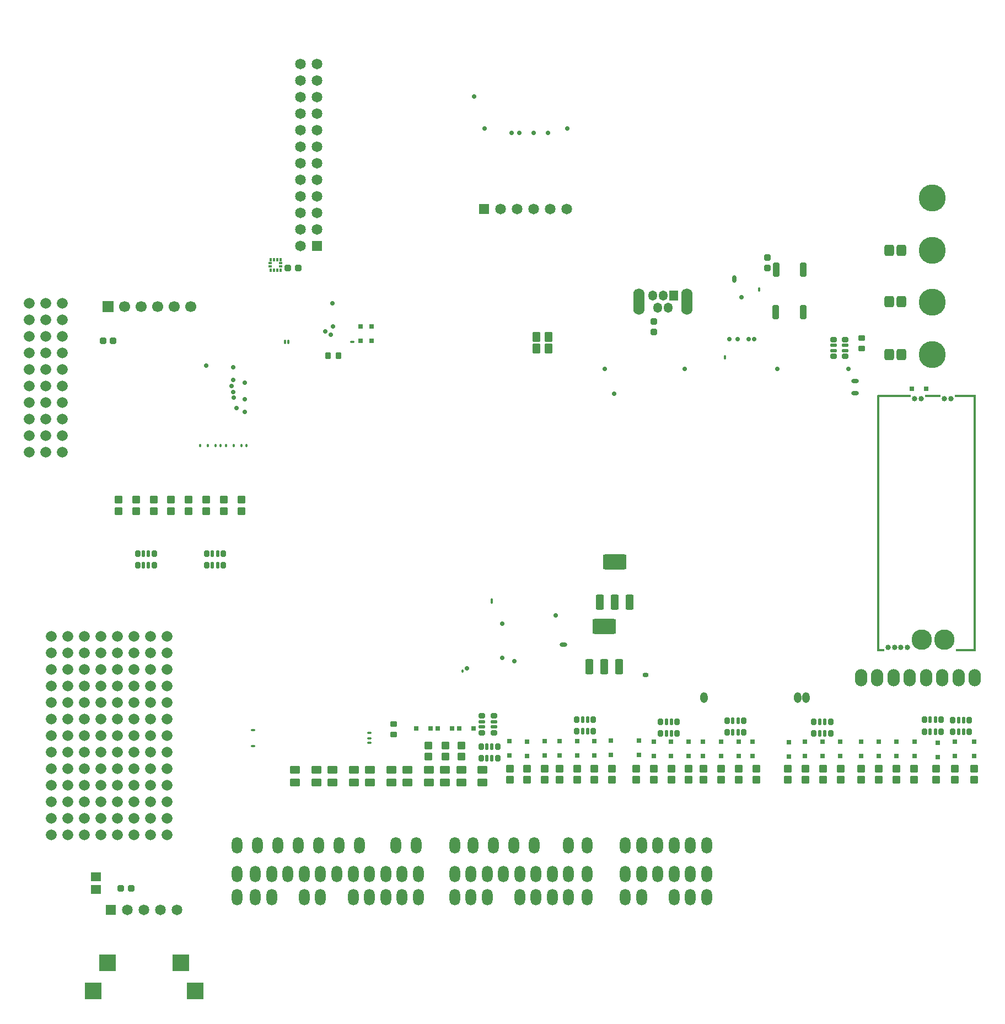
<source format=gts>
G04*
G04 #@! TF.GenerationSoftware,Altium Limited,Altium Designer,20.2.7 (254)*
G04*
G04 Layer_Color=7674933*
%FSLAX25Y25*%
%MOIN*%
G70*
G04*
G04 #@! TF.SameCoordinates,A9B7F2BE-3737-4A3B-A59A-7B8716D397C9*
G04*
G04*
G04 #@! TF.FilePolarity,Negative*
G04*
G01*
G75*
G04:AMPARAMS|DCode=54|XSize=38.98mil|YSize=38.98mil|CornerRadius=6.1mil|HoleSize=0mil|Usage=FLASHONLY|Rotation=270.000|XOffset=0mil|YOffset=0mil|HoleType=Round|Shape=RoundedRectangle|*
%AMROUNDEDRECTD54*
21,1,0.03898,0.02677,0,0,270.0*
21,1,0.02677,0.03898,0,0,270.0*
1,1,0.01221,-0.01339,-0.01339*
1,1,0.01221,-0.01339,0.01339*
1,1,0.01221,0.01339,0.01339*
1,1,0.01221,0.01339,-0.01339*
%
%ADD54ROUNDEDRECTD54*%
G04:AMPARAMS|DCode=55|XSize=48.82mil|YSize=90.16mil|CornerRadius=7.09mil|HoleSize=0mil|Usage=FLASHONLY|Rotation=0.000|XOffset=0mil|YOffset=0mil|HoleType=Round|Shape=RoundedRectangle|*
%AMROUNDEDRECTD55*
21,1,0.04882,0.07598,0,0,0.0*
21,1,0.03465,0.09016,0,0,0.0*
1,1,0.01417,0.01732,-0.03799*
1,1,0.01417,-0.01732,-0.03799*
1,1,0.01417,-0.01732,0.03799*
1,1,0.01417,0.01732,0.03799*
%
%ADD55ROUNDEDRECTD55*%
G04:AMPARAMS|DCode=56|XSize=48.82mil|YSize=90.16mil|CornerRadius=7.09mil|HoleSize=0mil|Usage=FLASHONLY|Rotation=0.000|XOffset=0mil|YOffset=0mil|HoleType=Round|Shape=RoundedRectangle|*
%AMROUNDEDRECTD56*
21,1,0.04882,0.07599,0,0,0.0*
21,1,0.03465,0.09016,0,0,0.0*
1,1,0.01417,0.01732,-0.03799*
1,1,0.01417,-0.01732,-0.03799*
1,1,0.01417,-0.01732,0.03799*
1,1,0.01417,0.01732,0.03799*
%
%ADD56ROUNDEDRECTD56*%
G04:AMPARAMS|DCode=57|XSize=143.31mil|YSize=90.16mil|CornerRadius=11.22mil|HoleSize=0mil|Usage=FLASHONLY|Rotation=0.000|XOffset=0mil|YOffset=0mil|HoleType=Round|Shape=RoundedRectangle|*
%AMROUNDEDRECTD57*
21,1,0.14331,0.06772,0,0,0.0*
21,1,0.12087,0.09016,0,0,0.0*
1,1,0.02244,0.06043,-0.03386*
1,1,0.02244,-0.06043,-0.03386*
1,1,0.02244,-0.06043,0.03386*
1,1,0.02244,0.06043,0.03386*
%
%ADD57ROUNDEDRECTD57*%
G04:AMPARAMS|DCode=58|XSize=31.1mil|YSize=37.01mil|CornerRadius=5.32mil|HoleSize=0mil|Usage=FLASHONLY|Rotation=0.000|XOffset=0mil|YOffset=0mil|HoleType=Round|Shape=RoundedRectangle|*
%AMROUNDEDRECTD58*
21,1,0.03110,0.02638,0,0,0.0*
21,1,0.02047,0.03701,0,0,0.0*
1,1,0.01063,0.01024,-0.01319*
1,1,0.01063,-0.01024,-0.01319*
1,1,0.01063,-0.01024,0.01319*
1,1,0.01063,0.01024,0.01319*
%
%ADD58ROUNDEDRECTD58*%
G04:AMPARAMS|DCode=59|XSize=23.23mil|YSize=37.01mil|CornerRadius=4.53mil|HoleSize=0mil|Usage=FLASHONLY|Rotation=0.000|XOffset=0mil|YOffset=0mil|HoleType=Round|Shape=RoundedRectangle|*
%AMROUNDEDRECTD59*
21,1,0.02323,0.02795,0,0,0.0*
21,1,0.01417,0.03701,0,0,0.0*
1,1,0.00906,0.00709,-0.01398*
1,1,0.00906,-0.00709,-0.01398*
1,1,0.00906,-0.00709,0.01398*
1,1,0.00906,0.00709,0.01398*
%
%ADD59ROUNDEDRECTD59*%
G04:AMPARAMS|DCode=60|XSize=29.13mil|YSize=29.13mil|CornerRadius=5.12mil|HoleSize=0mil|Usage=FLASHONLY|Rotation=270.000|XOffset=0mil|YOffset=0mil|HoleType=Round|Shape=RoundedRectangle|*
%AMROUNDEDRECTD60*
21,1,0.02913,0.01890,0,0,270.0*
21,1,0.01890,0.02913,0,0,270.0*
1,1,0.01024,-0.00945,-0.00945*
1,1,0.01024,-0.00945,0.00945*
1,1,0.01024,0.00945,0.00945*
1,1,0.01024,0.00945,-0.00945*
%
%ADD60ROUNDEDRECTD60*%
G04:AMPARAMS|DCode=61|XSize=44.88mil|YSize=62.6mil|CornerRadius=6.69mil|HoleSize=0mil|Usage=FLASHONLY|Rotation=0.000|XOffset=0mil|YOffset=0mil|HoleType=Round|Shape=RoundedRectangle|*
%AMROUNDEDRECTD61*
21,1,0.04488,0.04921,0,0,0.0*
21,1,0.03150,0.06260,0,0,0.0*
1,1,0.01339,0.01575,-0.02461*
1,1,0.01339,-0.01575,-0.02461*
1,1,0.01339,-0.01575,0.02461*
1,1,0.01339,0.01575,0.02461*
%
%ADD61ROUNDEDRECTD61*%
G04:AMPARAMS|DCode=62|XSize=44.88mil|YSize=48.82mil|CornerRadius=6.69mil|HoleSize=0mil|Usage=FLASHONLY|Rotation=270.000|XOffset=0mil|YOffset=0mil|HoleType=Round|Shape=RoundedRectangle|*
%AMROUNDEDRECTD62*
21,1,0.04488,0.03543,0,0,270.0*
21,1,0.03150,0.04882,0,0,270.0*
1,1,0.01339,-0.01772,-0.01575*
1,1,0.01339,-0.01772,0.01575*
1,1,0.01339,0.01772,0.01575*
1,1,0.01339,0.01772,-0.01575*
%
%ADD62ROUNDEDRECTD62*%
G04:AMPARAMS|DCode=63|XSize=29.13mil|YSize=29.13mil|CornerRadius=5.12mil|HoleSize=0mil|Usage=FLASHONLY|Rotation=180.000|XOffset=0mil|YOffset=0mil|HoleType=Round|Shape=RoundedRectangle|*
%AMROUNDEDRECTD63*
21,1,0.02913,0.01890,0,0,180.0*
21,1,0.01890,0.02913,0,0,180.0*
1,1,0.01024,-0.00945,0.00945*
1,1,0.01024,0.00945,0.00945*
1,1,0.01024,0.00945,-0.00945*
1,1,0.01024,-0.00945,-0.00945*
%
%ADD63ROUNDEDRECTD63*%
G04:AMPARAMS|DCode=64|XSize=33.07mil|YSize=41.73mil|CornerRadius=5.51mil|HoleSize=0mil|Usage=FLASHONLY|Rotation=180.000|XOffset=0mil|YOffset=0mil|HoleType=Round|Shape=RoundedRectangle|*
%AMROUNDEDRECTD64*
21,1,0.03307,0.03071,0,0,180.0*
21,1,0.02205,0.04173,0,0,180.0*
1,1,0.01102,-0.01102,0.01535*
1,1,0.01102,0.01102,0.01535*
1,1,0.01102,0.01102,-0.01535*
1,1,0.01102,-0.01102,-0.01535*
%
%ADD64ROUNDEDRECTD64*%
%ADD65R,0.04291X0.01535*%
%ADD66R,0.01535X1.55079*%
%ADD67R,0.09409X0.01535*%
%ADD68R,0.12756X0.01535*%
%ADD69R,0.20433X0.01535*%
%ADD70R,0.12165X0.01535*%
%ADD71C,0.12362*%
G04:AMPARAMS|DCode=72|XSize=15.35mil|YSize=33.07mil|CornerRadius=7.68mil|HoleSize=0mil|Usage=FLASHONLY|Rotation=180.000|XOffset=0mil|YOffset=0mil|HoleType=Round|Shape=RoundedRectangle|*
%AMROUNDEDRECTD72*
21,1,0.01535,0.01772,0,0,180.0*
21,1,0.00000,0.03307,0,0,180.0*
1,1,0.01535,0.00000,0.00886*
1,1,0.01535,0.00000,0.00886*
1,1,0.01535,0.00000,-0.00886*
1,1,0.01535,0.00000,-0.00886*
%
%ADD72ROUNDEDRECTD72*%
%ADD73O,0.04488X0.02520*%
%ADD74O,0.01339X0.02520*%
%ADD75R,0.06457X0.05669*%
G04:AMPARAMS|DCode=76|XSize=38.98mil|YSize=38.98mil|CornerRadius=6.1mil|HoleSize=0mil|Usage=FLASHONLY|Rotation=0.000|XOffset=0mil|YOffset=0mil|HoleType=Round|Shape=RoundedRectangle|*
%AMROUNDEDRECTD76*
21,1,0.03898,0.02677,0,0,0.0*
21,1,0.02677,0.03898,0,0,0.0*
1,1,0.01221,0.01339,-0.01339*
1,1,0.01221,-0.01339,-0.01339*
1,1,0.01221,-0.01339,0.01339*
1,1,0.01221,0.01339,0.01339*
%
%ADD76ROUNDEDRECTD76*%
%ADD77O,0.02520X0.01535*%
%ADD78O,0.01535X0.02520*%
%ADD79O,0.02520X0.04488*%
%ADD80O,0.01339X0.03307*%
%ADD81O,0.01535X0.02520*%
%ADD82O,0.04488X0.06457*%
%ADD83O,0.03701X0.02913*%
G04:AMPARAMS|DCode=84|XSize=33.07mil|YSize=41.73mil|CornerRadius=5.51mil|HoleSize=0mil|Usage=FLASHONLY|Rotation=270.000|XOffset=0mil|YOffset=0mil|HoleType=Round|Shape=RoundedRectangle|*
%AMROUNDEDRECTD84*
21,1,0.03307,0.03071,0,0,270.0*
21,1,0.02205,0.04173,0,0,270.0*
1,1,0.01102,-0.01535,-0.01102*
1,1,0.01102,-0.01535,0.01102*
1,1,0.01102,0.01535,0.01102*
1,1,0.01102,0.01535,-0.01102*
%
%ADD84ROUNDEDRECTD84*%
%ADD85R,0.01535X0.01929*%
%ADD86R,0.01929X0.01535*%
%ADD87O,0.01339X0.02126*%
G04:AMPARAMS|DCode=88|XSize=37.01mil|YSize=84.25mil|CornerRadius=5.91mil|HoleSize=0mil|Usage=FLASHONLY|Rotation=0.000|XOffset=0mil|YOffset=0mil|HoleType=Round|Shape=RoundedRectangle|*
%AMROUNDEDRECTD88*
21,1,0.03701,0.07244,0,0,0.0*
21,1,0.02520,0.08425,0,0,0.0*
1,1,0.01181,0.01260,-0.03622*
1,1,0.01181,-0.01260,-0.03622*
1,1,0.01181,-0.01260,0.03622*
1,1,0.01181,0.01260,0.03622*
%
%ADD88ROUNDEDRECTD88*%
G04:AMPARAMS|DCode=89|XSize=56.69mil|YSize=64.57mil|CornerRadius=7.87mil|HoleSize=0mil|Usage=FLASHONLY|Rotation=0.000|XOffset=0mil|YOffset=0mil|HoleType=Round|Shape=RoundedRectangle|*
%AMROUNDEDRECTD89*
21,1,0.05669,0.04882,0,0,0.0*
21,1,0.04095,0.06457,0,0,0.0*
1,1,0.01575,0.02047,-0.02441*
1,1,0.01575,-0.02047,-0.02441*
1,1,0.01575,-0.02047,0.02441*
1,1,0.01575,0.02047,0.02441*
%
%ADD89ROUNDEDRECTD89*%
%ADD90C,0.16299*%
G04:AMPARAMS|DCode=91|XSize=44.88mil|YSize=62.6mil|CornerRadius=6.69mil|HoleSize=0mil|Usage=FLASHONLY|Rotation=90.000|XOffset=0mil|YOffset=0mil|HoleType=Round|Shape=RoundedRectangle|*
%AMROUNDEDRECTD91*
21,1,0.04488,0.04921,0,0,90.0*
21,1,0.03150,0.06260,0,0,90.0*
1,1,0.01339,0.02461,0.01575*
1,1,0.01339,0.02461,-0.01575*
1,1,0.01339,-0.02461,-0.01575*
1,1,0.01339,-0.02461,0.01575*
%
%ADD91ROUNDEDRECTD91*%
G04:AMPARAMS|DCode=92|XSize=31.1mil|YSize=37.01mil|CornerRadius=5.32mil|HoleSize=0mil|Usage=FLASHONLY|Rotation=270.000|XOffset=0mil|YOffset=0mil|HoleType=Round|Shape=RoundedRectangle|*
%AMROUNDEDRECTD92*
21,1,0.03110,0.02638,0,0,270.0*
21,1,0.02047,0.03701,0,0,270.0*
1,1,0.01063,-0.01319,-0.01024*
1,1,0.01063,-0.01319,0.01024*
1,1,0.01063,0.01319,0.01024*
1,1,0.01063,0.01319,-0.01024*
%
%ADD92ROUNDEDRECTD92*%
G04:AMPARAMS|DCode=93|XSize=23.23mil|YSize=37.01mil|CornerRadius=4.53mil|HoleSize=0mil|Usage=FLASHONLY|Rotation=270.000|XOffset=0mil|YOffset=0mil|HoleType=Round|Shape=RoundedRectangle|*
%AMROUNDEDRECTD93*
21,1,0.02323,0.02795,0,0,270.0*
21,1,0.01417,0.03701,0,0,270.0*
1,1,0.00906,-0.01398,-0.00709*
1,1,0.00906,-0.01398,0.00709*
1,1,0.00906,0.01398,0.00709*
1,1,0.00906,0.01398,-0.00709*
%
%ADD93ROUNDEDRECTD93*%
%ADD94C,0.06551*%
%ADD95O,0.06850X0.15906*%
%ADD96O,0.05276X0.06063*%
%ADD97R,0.05276X0.06063*%
%ADD98R,0.10394X0.10394*%
%ADD99C,0.06457*%
%ADD100R,0.06457X0.06457*%
%ADD101O,0.07441X0.10394*%
%ADD102C,0.03307*%
%ADD103C,0.02913*%
%ADD104C,0.00551*%
%ADD105O,0.06457X0.10000*%
%ADD106C,0.06693*%
%ADD107R,0.06693X0.06693*%
%ADD108R,0.06457X0.06457*%
G36*
X163181Y456596D02*
Y456738D01*
X165884D01*
Y456596D01*
X163181D01*
D02*
G37*
G36*
X166511D02*
Y456835D01*
X167852D01*
Y456596D01*
X166511D01*
D02*
G37*
G36*
X169815D02*
Y456785D01*
X169821D01*
Y456596D01*
X169815D01*
D02*
G37*
D54*
X394882Y420118D02*
D03*
Y426339D02*
D03*
X463484Y458701D02*
D03*
Y464921D02*
D03*
D55*
X362008Y256594D02*
D03*
X380118D02*
D03*
X355807Y217618D02*
D03*
X373917D02*
D03*
D56*
X371063Y256594D02*
D03*
X364862Y217618D02*
D03*
D57*
X371063Y281004D02*
D03*
X364862Y242028D02*
D03*
D58*
X491634Y177362D02*
D03*
Y184449D02*
D03*
X501673D02*
D03*
Y177362D02*
D03*
X92714Y286164D02*
D03*
Y279078D02*
D03*
X82675D02*
D03*
Y286164D02*
D03*
X124407D02*
D03*
Y279078D02*
D03*
X134447D02*
D03*
Y286164D02*
D03*
X408957Y177264D02*
D03*
Y184350D02*
D03*
X398917D02*
D03*
Y177264D02*
D03*
X449114Y177953D02*
D03*
Y185039D02*
D03*
X439075D02*
D03*
Y177953D02*
D03*
X358268Y178740D02*
D03*
Y185827D02*
D03*
X348228D02*
D03*
Y178740D02*
D03*
X568504Y178543D02*
D03*
Y185630D02*
D03*
X558465D02*
D03*
Y178543D02*
D03*
X575591Y178347D02*
D03*
Y185433D02*
D03*
X585630D02*
D03*
Y178347D02*
D03*
X300394Y169488D02*
D03*
Y162402D02*
D03*
X290354D02*
D03*
Y169488D02*
D03*
D59*
X495079Y177362D02*
D03*
X498228D02*
D03*
Y184449D02*
D03*
X495079D02*
D03*
X89269Y286164D02*
D03*
X86120D02*
D03*
Y279078D02*
D03*
X89269D02*
D03*
X131002D02*
D03*
X127852D02*
D03*
Y286164D02*
D03*
X131002D02*
D03*
X402362Y184350D02*
D03*
X405512D02*
D03*
Y177264D02*
D03*
X402362D02*
D03*
X442520Y185039D02*
D03*
X445669D02*
D03*
Y177953D02*
D03*
X442520D02*
D03*
X351673Y185827D02*
D03*
X354823D02*
D03*
Y178740D02*
D03*
X351673D02*
D03*
X561909Y185630D02*
D03*
X565059D02*
D03*
Y178543D02*
D03*
X561909D02*
D03*
X579035Y178347D02*
D03*
X582185D02*
D03*
Y185433D02*
D03*
X579035D02*
D03*
X296949Y169488D02*
D03*
X293799D02*
D03*
Y162402D02*
D03*
X296949D02*
D03*
D60*
X550787Y385827D02*
D03*
X559449D02*
D03*
X285827Y180216D02*
D03*
X277165D02*
D03*
X259842D02*
D03*
X251181D02*
D03*
X272835D02*
D03*
X264173D02*
D03*
D61*
X331201Y416929D02*
D03*
X323721D02*
D03*
X331201Y410138D02*
D03*
X323721D02*
D03*
D62*
X588583Y155905D02*
D03*
Y149213D02*
D03*
X278543Y163386D02*
D03*
Y170079D02*
D03*
X71061Y311854D02*
D03*
Y318546D02*
D03*
X81691Y311854D02*
D03*
Y318546D02*
D03*
X92321Y311854D02*
D03*
Y318546D02*
D03*
X102950Y311854D02*
D03*
Y318546D02*
D03*
X113580Y311854D02*
D03*
Y318546D02*
D03*
X124210Y311854D02*
D03*
Y318546D02*
D03*
X134840Y311854D02*
D03*
Y318546D02*
D03*
X145470Y311854D02*
D03*
Y318546D02*
D03*
X415945Y149213D02*
D03*
Y155905D02*
D03*
X405315Y149213D02*
D03*
Y155905D02*
D03*
X394685Y149213D02*
D03*
Y155905D02*
D03*
X384055Y149213D02*
D03*
Y155905D02*
D03*
X348327Y149213D02*
D03*
Y155905D02*
D03*
X424803Y149213D02*
D03*
Y155905D02*
D03*
X358957Y149213D02*
D03*
Y155905D02*
D03*
X435433Y149213D02*
D03*
Y155905D02*
D03*
X456693Y149213D02*
D03*
Y155905D02*
D03*
X446063Y149213D02*
D03*
Y155905D02*
D03*
X337697Y149213D02*
D03*
Y155905D02*
D03*
X369587Y149213D02*
D03*
Y155905D02*
D03*
X552165Y155905D02*
D03*
Y149213D02*
D03*
X541536Y155905D02*
D03*
Y149213D02*
D03*
X530906Y155905D02*
D03*
Y149213D02*
D03*
X520276Y155905D02*
D03*
Y149213D02*
D03*
X475787Y155905D02*
D03*
Y149213D02*
D03*
X486417Y155905D02*
D03*
Y149213D02*
D03*
X497047Y155905D02*
D03*
Y149213D02*
D03*
X507677Y155905D02*
D03*
Y149213D02*
D03*
X565551Y155905D02*
D03*
Y149213D02*
D03*
X307677Y155905D02*
D03*
Y149213D02*
D03*
X576958Y155905D02*
D03*
Y149213D02*
D03*
X318307Y155905D02*
D03*
Y149213D02*
D03*
X328937Y155905D02*
D03*
Y149213D02*
D03*
X258465Y163386D02*
D03*
Y170079D02*
D03*
X268701Y163386D02*
D03*
Y170079D02*
D03*
D63*
X217421Y414862D02*
D03*
Y423524D02*
D03*
X224016Y414862D02*
D03*
Y423524D02*
D03*
X454528Y172441D02*
D03*
Y163779D02*
D03*
X348524Y172835D02*
D03*
Y164173D02*
D03*
X435630Y172441D02*
D03*
Y163779D02*
D03*
X405118Y172441D02*
D03*
Y163779D02*
D03*
X415748Y172441D02*
D03*
Y163779D02*
D03*
X394882Y172441D02*
D03*
Y163779D02*
D03*
X424606Y172441D02*
D03*
Y163779D02*
D03*
X368701Y172933D02*
D03*
Y164272D02*
D03*
X358760Y172835D02*
D03*
Y164173D02*
D03*
X337894Y172835D02*
D03*
Y164173D02*
D03*
X385827Y172933D02*
D03*
Y164272D02*
D03*
X446260Y172441D02*
D03*
Y163779D02*
D03*
X552362Y163779D02*
D03*
Y172441D02*
D03*
X541339Y163779D02*
D03*
Y172441D02*
D03*
X530709Y163779D02*
D03*
Y172441D02*
D03*
X520079Y163779D02*
D03*
Y172441D02*
D03*
X476378Y163386D02*
D03*
Y172047D02*
D03*
X486221Y163779D02*
D03*
Y172441D02*
D03*
X496850Y163779D02*
D03*
Y172441D02*
D03*
X507480Y163779D02*
D03*
Y172441D02*
D03*
X566437Y162992D02*
D03*
Y171653D02*
D03*
X307480Y164173D02*
D03*
Y172835D02*
D03*
X576772Y163779D02*
D03*
Y172441D02*
D03*
X318110Y163779D02*
D03*
Y172441D02*
D03*
X588386Y163779D02*
D03*
Y172441D02*
D03*
X328740Y163976D02*
D03*
Y172638D02*
D03*
D64*
X204134Y405709D02*
D03*
X197835D02*
D03*
D65*
X531988Y227756D02*
D03*
D66*
X530610Y304528D02*
D03*
X588681D02*
D03*
D67*
X563484Y381299D02*
D03*
D68*
X583071D02*
D03*
D69*
X540059D02*
D03*
D70*
X583366Y227756D02*
D03*
D71*
X570472Y234154D02*
D03*
X556693D02*
D03*
D72*
X296870Y257283D02*
D03*
D73*
X340158Y231102D02*
D03*
X516417Y382973D02*
D03*
X516417Y390453D02*
D03*
D74*
X279035Y215158D02*
D03*
D75*
X57382Y90650D02*
D03*
Y83169D02*
D03*
D76*
X78799Y83563D02*
D03*
X72579D02*
D03*
X173560Y458698D02*
D03*
X179780D02*
D03*
X61654Y414764D02*
D03*
X67874D02*
D03*
D77*
X212480Y413996D02*
D03*
X152559Y179232D02*
D03*
Y169783D02*
D03*
X222736Y177756D02*
D03*
Y174311D02*
D03*
Y171555D02*
D03*
D78*
X171732Y414193D02*
D03*
X173701D02*
D03*
D79*
X443504Y451968D02*
D03*
D80*
X458347Y445571D02*
D03*
D81*
X437972Y404626D02*
D03*
D82*
X425301Y198971D02*
D03*
X481896D02*
D03*
X486840D02*
D03*
D83*
X389652Y212736D02*
D03*
D84*
X520571Y416240D02*
D03*
Y409941D02*
D03*
X237402Y176772D02*
D03*
Y183071D02*
D03*
D85*
X167104Y463762D02*
D03*
X165136D02*
D03*
X169073D02*
D03*
X163167D02*
D03*
X169073Y457463D02*
D03*
X167104D02*
D03*
X165136D02*
D03*
X163167D02*
D03*
D86*
X169270Y461596D02*
D03*
Y459628D02*
D03*
X162971D02*
D03*
Y461596D02*
D03*
D87*
X132776Y351379D02*
D03*
X136083D02*
D03*
X129823D02*
D03*
X140709D02*
D03*
X145334D02*
D03*
X148327D02*
D03*
X125197D02*
D03*
X120571D02*
D03*
D88*
X485236Y457579D02*
D03*
X468701D02*
D03*
X485039Y431988D02*
D03*
X468504D02*
D03*
D89*
X544488Y469488D02*
D03*
X537008D02*
D03*
Y406398D02*
D03*
X544488D02*
D03*
Y438268D02*
D03*
X537008D02*
D03*
D90*
X563189Y500984D02*
D03*
Y406496D02*
D03*
Y437992D02*
D03*
Y469488D02*
D03*
D91*
X258661Y155315D02*
D03*
Y147835D02*
D03*
X190748Y155315D02*
D03*
Y147835D02*
D03*
X200591Y155315D02*
D03*
Y147835D02*
D03*
X291142D02*
D03*
Y155315D02*
D03*
X245866Y147835D02*
D03*
Y155315D02*
D03*
X236024Y147835D02*
D03*
Y155315D02*
D03*
X223228Y147835D02*
D03*
Y155315D02*
D03*
X213386Y147835D02*
D03*
Y155315D02*
D03*
X177953Y147835D02*
D03*
Y155315D02*
D03*
X278346D02*
D03*
Y147835D02*
D03*
X268504Y155315D02*
D03*
Y147835D02*
D03*
D92*
X290945Y187894D02*
D03*
X298031D02*
D03*
Y177854D02*
D03*
X290945D02*
D03*
X510433Y415453D02*
D03*
X503346D02*
D03*
Y405413D02*
D03*
X510433D02*
D03*
D93*
X290945Y184449D02*
D03*
Y181299D02*
D03*
X298031D02*
D03*
Y184449D02*
D03*
X503346Y408858D02*
D03*
Y412008D02*
D03*
X510433D02*
D03*
Y408858D02*
D03*
D94*
X17224Y437500D02*
D03*
X37224D02*
D03*
X27224D02*
D03*
Y427500D02*
D03*
X37224D02*
D03*
X17224D02*
D03*
X37224Y417500D02*
D03*
X27224D02*
D03*
X17224D02*
D03*
Y397500D02*
D03*
X27224D02*
D03*
X37224D02*
D03*
X17224Y407500D02*
D03*
X37224D02*
D03*
X27224D02*
D03*
X17224Y377500D02*
D03*
X27224D02*
D03*
X37224D02*
D03*
X17224Y387500D02*
D03*
X37224D02*
D03*
X27224D02*
D03*
X17224Y357500D02*
D03*
X27224D02*
D03*
X37224D02*
D03*
X17224Y367500D02*
D03*
X37224D02*
D03*
X27224D02*
D03*
X17224Y347500D02*
D03*
X37224D02*
D03*
X27224D02*
D03*
X40315Y125945D02*
D03*
X50315D02*
D03*
X60315D02*
D03*
X70315D02*
D03*
X30315D02*
D03*
X70315Y115945D02*
D03*
X60315D02*
D03*
X50315D02*
D03*
X40315D02*
D03*
X30315D02*
D03*
X80315D02*
D03*
X90315D02*
D03*
X100315D02*
D03*
Y125945D02*
D03*
X90315D02*
D03*
X80315D02*
D03*
X40315Y145945D02*
D03*
X50315D02*
D03*
X60315D02*
D03*
X70315D02*
D03*
X30315D02*
D03*
X70315Y135945D02*
D03*
X60315D02*
D03*
X50315D02*
D03*
X40315D02*
D03*
X30315D02*
D03*
X80315D02*
D03*
X90315D02*
D03*
X100315D02*
D03*
Y145945D02*
D03*
X90315D02*
D03*
X80315D02*
D03*
X40315Y165945D02*
D03*
X50315D02*
D03*
X60315D02*
D03*
X70315D02*
D03*
X30315D02*
D03*
X70315Y155945D02*
D03*
X60315D02*
D03*
X50315D02*
D03*
X40315D02*
D03*
X30315D02*
D03*
X80315D02*
D03*
X90315D02*
D03*
X100315D02*
D03*
Y165945D02*
D03*
X90315D02*
D03*
X80315D02*
D03*
X40315Y185945D02*
D03*
X50315D02*
D03*
X60315D02*
D03*
X70315D02*
D03*
X30315D02*
D03*
X70315Y175945D02*
D03*
X60315D02*
D03*
X50315D02*
D03*
X40315D02*
D03*
X30315D02*
D03*
X80315D02*
D03*
X90315D02*
D03*
X100315D02*
D03*
Y185945D02*
D03*
X90315D02*
D03*
X80315D02*
D03*
X40315Y205945D02*
D03*
X50315D02*
D03*
X60315D02*
D03*
X70315D02*
D03*
X30315D02*
D03*
X70315Y195945D02*
D03*
X60315D02*
D03*
X50315D02*
D03*
X40315D02*
D03*
X30315D02*
D03*
X80315D02*
D03*
X90315D02*
D03*
X100315D02*
D03*
Y205945D02*
D03*
X90315D02*
D03*
X80315D02*
D03*
X100315Y235945D02*
D03*
X90315D02*
D03*
X80315D02*
D03*
Y225945D02*
D03*
X90315D02*
D03*
X100315D02*
D03*
Y215945D02*
D03*
X90315D02*
D03*
X80315D02*
D03*
X30315D02*
D03*
X40315D02*
D03*
X50315D02*
D03*
X60315D02*
D03*
X70315D02*
D03*
X30315Y225945D02*
D03*
X70315D02*
D03*
X60315D02*
D03*
X50315D02*
D03*
X40315D02*
D03*
Y235945D02*
D03*
X50315D02*
D03*
X60315D02*
D03*
X70315D02*
D03*
X30315D02*
D03*
D95*
X385881Y438385D02*
D03*
X414818D02*
D03*
D96*
X397200Y434645D02*
D03*
X403499D02*
D03*
X394050Y442125D02*
D03*
X400350D02*
D03*
D97*
X406649D02*
D03*
D98*
X108858Y38878D02*
D03*
X64370D02*
D03*
X117323Y21654D02*
D03*
X55905D02*
D03*
D99*
X106614Y70866D02*
D03*
X96614D02*
D03*
X86614D02*
D03*
X76614D02*
D03*
X342126Y494488D02*
D03*
X332126D02*
D03*
X322126D02*
D03*
X312126D02*
D03*
X302126D02*
D03*
X181142Y582047D02*
D03*
X191142D02*
D03*
X181142Y572047D02*
D03*
X191142D02*
D03*
X181142Y562047D02*
D03*
X191142D02*
D03*
X181142Y552047D02*
D03*
X191142D02*
D03*
X181142Y542047D02*
D03*
X191142D02*
D03*
X181142Y532047D02*
D03*
X191142D02*
D03*
X181142Y522047D02*
D03*
X191142D02*
D03*
X181142Y512047D02*
D03*
X191142D02*
D03*
X181142Y502047D02*
D03*
X191142D02*
D03*
X181142Y492047D02*
D03*
X191142D02*
D03*
X181142Y482047D02*
D03*
X191142D02*
D03*
X181142Y472047D02*
D03*
D100*
X66614Y70866D02*
D03*
X292126Y494488D02*
D03*
D101*
X529823Y211122D02*
D03*
X569193D02*
D03*
X588878D02*
D03*
X579035D02*
D03*
X559350D02*
D03*
X549508D02*
D03*
X539665D02*
D03*
X519980D02*
D03*
D102*
X552559Y379823D02*
D03*
X556496D02*
D03*
X570472D02*
D03*
X574409D02*
D03*
X548228Y229232D02*
D03*
X544291D02*
D03*
X540354D02*
D03*
X536417D02*
D03*
D103*
X303219Y223002D02*
D03*
X335531Y248819D02*
D03*
X310630Y221063D02*
D03*
X281693Y216634D02*
D03*
X303150Y243602D02*
D03*
X286122Y562225D02*
D03*
X313583Y540276D02*
D03*
X330906D02*
D03*
X322146D02*
D03*
X292323Y542914D02*
D03*
X308957Y540276D02*
D03*
X342339Y542949D02*
D03*
X200374Y437323D02*
D03*
X200669Y423347D02*
D03*
X199488Y418327D02*
D03*
X196043Y420394D02*
D03*
X447756Y441043D02*
D03*
X445571Y415748D02*
D03*
X440551D02*
D03*
X455610D02*
D03*
X452067D02*
D03*
X365302Y397638D02*
D03*
X413583D02*
D03*
X370768Y382677D02*
D03*
X512402Y397638D02*
D03*
X469488D02*
D03*
X140413Y391142D02*
D03*
X147638Y389468D02*
D03*
X139567Y387303D02*
D03*
X140413Y383858D02*
D03*
X147638Y379232D02*
D03*
X140709Y380512D02*
D03*
X142480Y374114D02*
D03*
X147638Y371555D02*
D03*
X140354Y398622D02*
D03*
X124311Y399803D02*
D03*
D104*
X460630Y27559D02*
D03*
X86614D02*
D03*
X173622Y56890D02*
D03*
X397244D02*
D03*
X135256Y484803D02*
D03*
X44272D02*
D03*
X19879Y279921D02*
D03*
X586614Y20079D02*
D03*
Y605905D02*
D03*
X19685D02*
D03*
Y20079D02*
D03*
D105*
X142913Y92520D02*
D03*
Y78347D02*
D03*
X153937Y92520D02*
D03*
Y78347D02*
D03*
X163779Y92520D02*
D03*
Y78347D02*
D03*
X173622Y92520D02*
D03*
X183465D02*
D03*
Y78347D02*
D03*
X193307Y92520D02*
D03*
Y78347D02*
D03*
X203150Y92520D02*
D03*
X212992Y78347D02*
D03*
Y92520D02*
D03*
X222835Y78347D02*
D03*
Y92520D02*
D03*
X232677Y78347D02*
D03*
Y92520D02*
D03*
X242520Y78347D02*
D03*
Y92520D02*
D03*
X238858Y109843D02*
D03*
X252362Y78347D02*
D03*
Y92520D02*
D03*
X251181Y109843D02*
D03*
X274409Y78347D02*
D03*
Y92520D02*
D03*
Y109843D02*
D03*
X284252Y78347D02*
D03*
Y92520D02*
D03*
X285433Y109843D02*
D03*
X294094Y78347D02*
D03*
Y92520D02*
D03*
X303937D02*
D03*
X297756Y109843D02*
D03*
X313779Y78347D02*
D03*
Y92520D02*
D03*
X310079Y109843D02*
D03*
X323622Y78347D02*
D03*
Y92520D02*
D03*
X322402Y109843D02*
D03*
X333465Y78347D02*
D03*
Y92520D02*
D03*
X343307Y78347D02*
D03*
Y92520D02*
D03*
Y109843D02*
D03*
X354331Y78347D02*
D03*
Y92520D02*
D03*
Y109843D02*
D03*
X377559Y78347D02*
D03*
Y92520D02*
D03*
Y109843D02*
D03*
X387402Y78347D02*
D03*
Y92520D02*
D03*
Y109843D02*
D03*
X397244Y92520D02*
D03*
X407087Y78347D02*
D03*
Y92520D02*
D03*
Y109843D02*
D03*
X416929Y78347D02*
D03*
Y92520D02*
D03*
X426772Y78347D02*
D03*
Y92520D02*
D03*
X416929Y109843D02*
D03*
X426772D02*
D03*
X216850D02*
D03*
X204528D02*
D03*
X192205D02*
D03*
X179882D02*
D03*
X167559D02*
D03*
X155236D02*
D03*
X142913D02*
D03*
X397244D02*
D03*
D106*
X114764Y435433D02*
D03*
X104764D02*
D03*
X94764D02*
D03*
X84764D02*
D03*
X74764D02*
D03*
D107*
X64764D02*
D03*
D108*
X191142Y472047D02*
D03*
M02*

</source>
